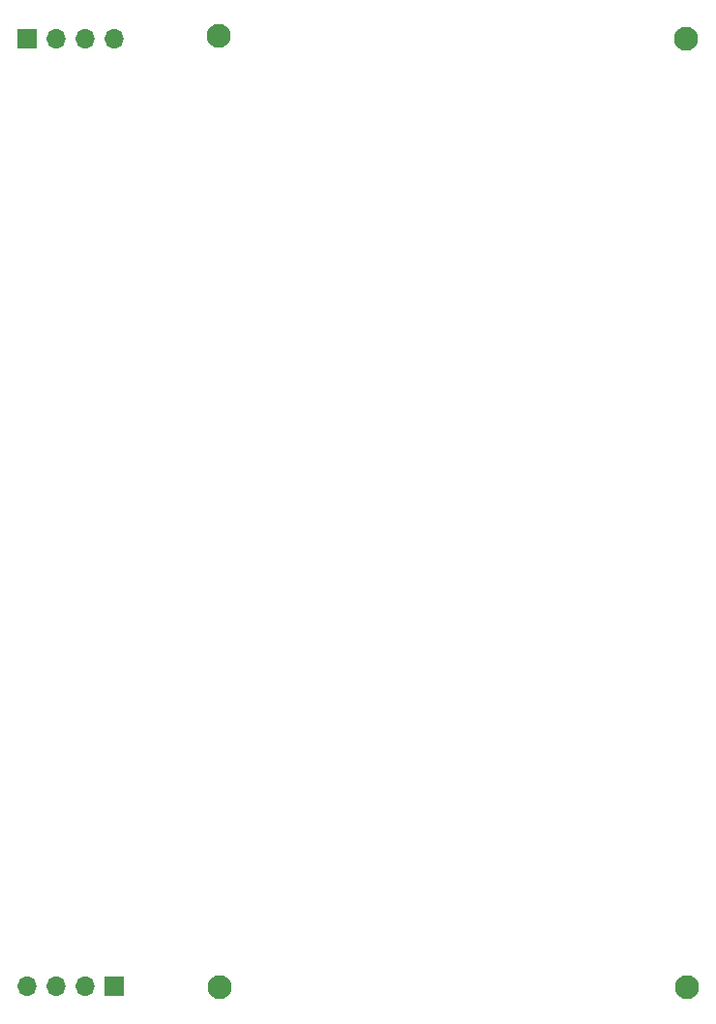
<source format=gbs>
G04 #@! TF.GenerationSoftware,KiCad,Pcbnew,5.99.0+really5.1.10+dfsg1-1*
G04 #@! TF.CreationDate,2022-01-28T19:42:34+02:00*
G04 #@! TF.ProjectId,RGBmatrix,5247426d-6174-4726-9978-2e6b69636164,rev?*
G04 #@! TF.SameCoordinates,Original*
G04 #@! TF.FileFunction,Soldermask,Bot*
G04 #@! TF.FilePolarity,Negative*
%FSLAX46Y46*%
G04 Gerber Fmt 4.6, Leading zero omitted, Abs format (unit mm)*
G04 Created by KiCad (PCBNEW 5.99.0+really5.1.10+dfsg1-1) date 2022-01-28 19:42:34*
%MOMM*%
%LPD*%
G01*
G04 APERTURE LIST*
%ADD10C,2.100000*%
%ADD11O,1.700000X1.700000*%
%ADD12R,1.700000X1.700000*%
G04 APERTURE END LIST*
D10*
X160421320Y-130388360D03*
X119527320Y-130388360D03*
X160274000Y-47498000D03*
X119380000Y-47244000D03*
D11*
X102616000Y-130302000D03*
X105156000Y-130302000D03*
X107696000Y-130302000D03*
D12*
X110236000Y-130302000D03*
D11*
X110236000Y-47498000D03*
X107696000Y-47498000D03*
X105156000Y-47498000D03*
D12*
X102616000Y-47498000D03*
M02*

</source>
